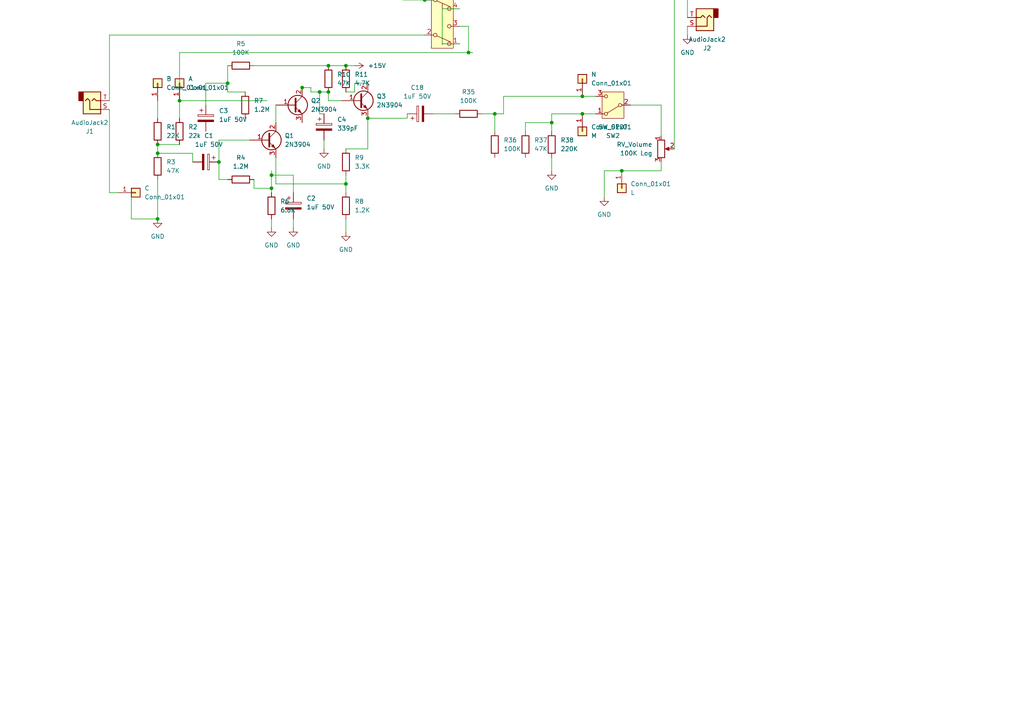
<source format=kicad_sch>
(kicad_sch (version 20230121) (generator eeschema)
  (paper "A4")
  (lib_symbols
    (symbol "Connector_Audio:AudioJack2"
      (property "Reference" "J" (at 0 8.89 0))
      (property "Value" "AudioJack2" (at 0 6.35 0))
      (symbol "AudioJack2_0_1"
        (rectangle (start -3.81 0) (end -2.54 -2.54) (stroke (width 0.254)) (fill (type outline)))
        (rectangle (start -2.54 3.81) (end 2.54 -2.54) (stroke (width 0.254)) (fill (type background)))
        (polyline (pts (xy 0 0) (xy 0.635 -0.635) (xy 1.27 0) (xy 2.54 0)) (stroke (width 0.254)))
        (polyline (pts (xy 2.54 2.54) (xy -0.635 2.54) (xy -0.635 0) (xy -1.27 -0.635) (xy -1.905 0)) (stroke (width 0.254)))
      )
      (symbol "AudioJack2_1_1"
        (pin passive line (at 5.08 2.54 180) (length 2.54) (name "~") (number "S"))
        (pin passive line (at 5.08 0 180) (length 2.54) (name "~") (number "T"))
      )
    )
    (symbol "Connector_Generic:Conn_01x01" (pin_names (offset 1.016) hide)
      (property "Reference" "J" (at 0 2.54 0))
      (property "Value" "Conn_01x01" (at 0 -2.54 0))
      (symbol "Conn_01x01_1_1"
        (rectangle (start -1.27 0.127) (end 0 -0.127) (stroke (width 0.1524)))
        (rectangle (start -1.27 1.27) (end 1.27 -1.27) (stroke (width 0.254)) (fill (type background)))
        (pin passive line (at -5.08 0 0) (length 3.81) (name "Pin_1") (number "1"))
      )
    )
    (symbol "Device:C_Polarized" (pin_numbers hide) (pin_names (offset 0.254))
      (property "Reference" "C" (at 0.635 2.54 0))
      (property "Value" "C_Polarized" (at 0.635 -2.54 0))
      (symbol "C_Polarized_0_1"
        (rectangle (start -2.286 0.508) (end 2.286 1.016))
        (polyline (pts (xy -1.778 2.286) (xy -0.762 2.286)))
        (polyline (pts (xy -1.27 2.794) (xy -1.27 1.778)))
        (rectangle (start 2.286 -0.508) (end -2.286 -1.016) (fill (type outline)))
      )
      (symbol "C_Polarized_1_1"
        (pin passive line (at 0 3.81 270) (length 2.794) (name "~") (number "1"))
        (pin passive line (at 0 -3.81 90) (length 2.794) (name "~") (number "2"))
      )
    )
    (symbol "Device:Q_NPN_BCE" (pin_names (offset 0) hide)
      (property "Reference" "Q" (at 5.08 1.27 0))
      (property "Value" "Q_NPN_BCE" (at 5.08 -1.27 0))
      (symbol "Q_NPN_BCE_0_1"
        (polyline (pts (xy 0.635 0.635) (xy 2.54 2.54)))
        (polyline (pts (xy 0.635 -0.635) (xy 2.54 -2.54) (xy 2.54 -2.54)))
        (polyline (pts (xy 0.635 1.905) (xy 0.635 -1.905) (xy 0.635 -1.905)) (stroke (width 0.508)))
        (polyline (pts (xy 1.27 -1.778) (xy 1.778 -1.27) (xy 2.286 -2.286) (xy 1.27 -1.778) (xy 1.27 -1.778)) (fill (type outline)))
        (circle (center 1.27 0) (radius 2.8194) (stroke (width 0.254)))
      )
      (symbol "Q_NPN_BCE_1_1"
        (pin input line (at -5.08 0 0) (length 5.715) (name "B") (number "1"))
        (pin passive line (at 2.54 5.08 270) (length 2.54) (name "C") (number "2"))
        (pin passive line (at 2.54 -5.08 90) (length 2.54) (name "E") (number "3"))
      )
    )
    (symbol "Device:R" (pin_numbers hide) (pin_names (offset 0))
      (property "Reference" "R" (at 2.032 0 90))
      (property "Value" "R" (at 0 0 90))
      (symbol "R_0_1"
        (rectangle (start -1.016 -2.54) (end 1.016 2.54) (stroke (width 0.254)))
      )
      (symbol "R_1_1"
        (pin passive line (at 0 3.81 270) (length 1.27) (name "~") (number "1"))
        (pin passive line (at 0 -3.81 90) (length 1.27) (name "~") (number "2"))
      )
    )
    (symbol "Device:R_Potentiometer" (pin_names (offset 1.016) hide)
      (property "Reference" "RV" (at -4.445 0 90))
      (property "Value" "R_Potentiometer" (at -2.54 0 90))
      (symbol "R_Potentiometer_0_1"
        (polyline (pts (xy 2.54 0) (xy 1.524 0)))
        (polyline (pts (xy 1.143 0) (xy 2.286 0.508) (xy 2.286 -0.508) (xy 1.143 0)) (fill (type outline)))
        (rectangle (start 1.016 2.54) (end -1.016 -2.54) (stroke (width 0.254)))
      )
      (symbol "R_Potentiometer_1_1"
        (pin passive line (at 0 3.81 270) (length 1.27) (name "1") (number "1"))
        (pin passive line (at 3.81 0 180) (length 1.27) (name "2") (number "2"))
        (pin passive line (at 0 -3.81 90) (length 1.27) (name "3") (number "3"))
      )
    )
    (symbol "Switch:SW_Push_DPDT" (pin_names (offset 0) hide)
      (property "Reference" "SW" (at 0 10.16 0))
      (property "Value" "SW_Push_DPDT" (at 0 -10.16 0))
      (symbol "SW_Push_DPDT_0_0"
        (circle (center -2.032 -5.08) (radius 0.508))
        (circle (center -2.032 5.08) (radius 0.508))
        (circle (center 2.032 -7.62) (radius 0.508))
        (circle (center 2.032 2.54) (radius 0.508))
      )
      (symbol "SW_Push_DPDT_0_1"
        (polyline (pts (xy -1.524 -4.826) (xy 2.3368 -3.0988)))
        (polyline (pts (xy -1.524 5.334) (xy 2.3368 7.0612)))
        (polyline (pts (xy 0 -2.286) (xy 0 -4.064)))
        (polyline (pts (xy 0 -1.016) (xy 0 0)))
        (polyline (pts (xy 0 1.27) (xy 0 2.286)))
        (polyline (pts (xy 0 3.556) (xy 0 4.572)))
        (polyline (pts (xy 0 7.874) (xy 0 6.096)))
        (circle (center 2.032 -2.54) (radius 0.508))
        (circle (center 2.032 7.62) (radius 0.508))
      )
      (symbol "SW_Push_DPDT_1_1"
        (rectangle (start -3.175 8.89) (end 3.175 -8.89) (fill (type background)))
        (pin passive line (at 5.08 7.62 180) (length 2.54) (name "A") (number "1"))
        (pin passive line (at -5.08 5.08 0) (length 2.54) (name "B") (number "2"))
        (pin passive line (at 5.08 2.54 180) (length 2.54) (name "C") (number "3"))
        (pin passive line (at 5.08 -2.54 180) (length 2.54) (name "A") (number "4"))
        (pin passive line (at -5.08 -5.08 0) (length 2.54) (name "B") (number "5"))
        (pin passive line (at 5.08 -7.62 180) (length 2.54) (name "C") (number "6"))
      )
    )
    (symbol "Switch:SW_SPDT" (pin_names (offset 0) hide)
      (property "Reference" "SW" (at 0 5.08 0))
      (property "Value" "SW_SPDT" (at 0 -5.08 0))
      (symbol "SW_SPDT_0_1"
        (circle (center -2.032 0) (radius 0.4572))
        (polyline (pts (xy -1.651 0.254) (xy 1.651 2.286)))
        (circle (center 2.032 -2.54) (radius 0.4572))
        (circle (center 2.032 2.54) (radius 0.4572))
      )
      (symbol "SW_SPDT_1_1"
        (rectangle (start -3.175 3.81) (end 3.175 -3.81) (fill (type background)))
        (pin passive line (at 5.08 2.54 180) (length 2.54) (name "A") (number "1"))
        (pin passive line (at -5.08 0 0) (length 2.54) (name "B") (number "2"))
        (pin passive line (at 5.08 -2.54 180) (length 2.54) (name "C") (number "3"))
      )
    )
    (symbol "power:+15V" (power) (pin_names (offset 0))
      (property "Value" "+15V" (at 0 3.556 0))
      (symbol "+15V_0_1"
        (polyline (pts (xy -0.762 1.27) (xy 0 2.54)))
        (polyline (pts (xy 0 0) (xy 0 2.54)))
        (polyline (pts (xy 0 2.54) (xy 0.762 1.27)))
      )
      (symbol "+15V_1_1"
        (pin power_in line (at 0 0 90) (length 0) hide (name "+15V") (number "1"))
      )
    )
    (symbol "power:GND" (power) (pin_names (offset 0))
      (property "Value" "GND" (at 0 -3.81 0))
      (symbol "GND_0_1"
        (polyline (pts (xy 0 0) (xy 0 -1.27) (xy 1.27 -1.27) (xy 0 -2.54) (xy -1.27 -1.27) (xy 0 -1.27)))
      )
      (symbol "GND_1_1"
        (pin power_in line (at 0 0 270) (length 0) hide (name "GND") (number "1"))
      )
    )
  )
  (junction (at 168.91 33.02))
  (junction (at 100.33 19.05))
  (junction (at 52.07 29.21))
  (junction (at 45.72 41.91))
  (junction (at 106.68 34.29))
  (junction (at 100.33 53.34))
  (junction (at 66.04 24.13))
  (junction (at 92.71 26.67))
  (junction (at 160.02 35.56))
  (junction (at 78.74 50.8))
  (junction (at 78.74 54.61))
  (junction (at 45.72 44.45))
  (junction (at 123.19 0))
  (junction (at 168.91 27.94))
  (junction (at 45.72 63.5))
  (junction (at 143.51 33.02))
  (junction (at 95.25 26.67))
  (junction (at 95.25 19.05))
  (junction (at 87.63 25.4))
  (junction (at 135.89 15.24))
  (junction (at 180.34 49.53))
  (junction (at 63.5 46.99))
  (wire (pts (xy 133.35 -2.54) (xy 195.58 -2.54)))
  (wire (pts (xy 78.74 63.5) (xy 78.74 66.04)))
  (wire (pts (xy 133.35 12.7) (xy 128.27 12.7)))
  (wire (pts (xy 45.72 52.07) (xy 45.72 63.5)))
  (wire (pts (xy 78.74 49.53) (xy 78.74 50.8)))
  (wire (pts (xy 59.69 24.13) (xy 66.04 24.13)))
  (wire (pts (xy 45.72 41.91) (xy 52.07 41.91)))
  (wire (pts (xy 66.04 24.13) (xy 66.04 19.05)))
  (wire (pts (xy 106.68 34.29) (xy 106.68 43.18)))
  (wire (pts (xy 160.02 35.56) (xy 160.02 33.02)))
  (wire (pts (xy 31.75 10.16) (xy 123.19 10.16)))
  (wire (pts (xy 135.89 7.62) (xy 133.35 7.62)))
  (wire (pts (xy 78.74 54.61) (xy 78.74 55.88)))
  (wire (pts (xy 168.91 27.94) (xy 172.72 27.94)))
  (wire (pts (xy 123.19 0) (xy 116.84 0)))
  (wire (pts (xy 38.1 55.88) (xy 38.1 63.5)))
  (wire (pts (xy 90.17 25.4) (xy 90.17 26.67)))
  (wire (pts (xy 45.72 44.45) (xy 55.88 44.45)))
  (wire (pts (xy 100.33 43.18) (xy 106.68 43.18)))
  (wire (pts (xy 135.89 15.24) (xy 135.89 7.62)))
  (wire (pts (xy 160.02 38.1) (xy 160.02 35.56)))
  (wire (pts (xy 55.88 44.45) (xy 55.88 46.99)))
  (wire (pts (xy 93.98 40.64) (xy 93.98 43.18)))
  (wire (pts (xy 199.39 -7.62) (xy 199.39 5.08)))
  (wire (pts (xy 182.88 30.48) (xy 191.77 30.48)))
  (wire (pts (xy 45.72 41.91) (xy 45.72 44.45)))
  (wire (pts (xy 146.05 33.02) (xy 146.05 27.94)))
  (wire (pts (xy 100.33 50.8) (xy 100.33 53.34)))
  (wire (pts (xy 143.51 33.02) (xy 143.51 38.1)))
  (wire (pts (xy 118.11 34.29) (xy 118.11 33.02)))
  (wire (pts (xy 195.58 -2.54) (xy 195.58 43.18)))
  (wire (pts (xy 100.33 63.5) (xy 100.33 67.31)))
  (wire (pts (xy 125.73 33.02) (xy 132.08 33.02)))
  (wire (pts (xy 73.66 54.61) (xy 78.74 54.61)))
  (wire (pts (xy 59.69 30.48) (xy 59.69 24.13)))
  (wire (pts (xy 143.51 33.02) (xy 146.05 33.02)))
  (wire (pts (xy 63.5 40.64) (xy 63.5 46.99)))
  (wire (pts (xy 116.84 0) (xy 116.84 -7.62)))
  (wire (pts (xy 63.5 52.07) (xy 66.04 52.07)))
  (wire (pts (xy 160.02 33.02) (xy 168.91 33.02)))
  (wire (pts (xy 146.05 27.94) (xy 168.91 27.94)))
  (wire (pts (xy 100.33 53.34) (xy 100.33 55.88)))
  (wire (pts (xy 93.98 33.02) (xy 92.71 33.02)))
  (wire (pts (xy 102.87 24.13) (xy 106.68 24.13)))
  (wire (pts (xy 92.71 26.67) (xy 95.25 26.67)))
  (wire (pts (xy 72.39 40.64) (xy 63.5 40.64)))
  (wire (pts (xy 168.91 33.02) (xy 172.72 33.02)))
  (wire (pts (xy 87.63 25.4) (xy 90.17 25.4)))
  (wire (pts (xy 102.87 26.67) (xy 102.87 24.13)))
  (wire (pts (xy 125.73 0) (xy 123.19 0)))
  (wire (pts (xy 73.66 19.05) (xy 95.25 19.05)))
  (wire (pts (xy 191.77 30.48) (xy 191.77 39.37)))
  (wire (pts (xy 135.89 15.24) (xy 137.16 15.24)))
  (wire (pts (xy 52.07 29.21) (xy 52.07 15.24)))
  (wire (pts (xy 71.12 26.67) (xy 66.04 26.67)))
  (wire (pts (xy 191.77 49.53) (xy 180.34 49.53)))
  (wire (pts (xy 31.75 31.75) (xy 31.75 55.88)))
  (wire (pts (xy 191.77 46.99) (xy 191.77 49.53)))
  (wire (pts (xy 152.4 38.1) (xy 152.4 35.56)))
  (wire (pts (xy 95.25 29.21) (xy 99.06 29.21)))
  (wire (pts (xy 78.74 50.8) (xy 78.74 54.61)))
  (wire (pts (xy 80.01 53.34) (xy 100.33 53.34)))
  (wire (pts (xy 92.71 33.02) (xy 92.71 26.67)))
  (wire (pts (xy 90.17 26.67) (xy 92.71 26.67)))
  (wire (pts (xy 45.72 29.21) (xy 45.72 34.29)))
  (wire (pts (xy 160.02 45.72) (xy 160.02 49.53)))
  (wire (pts (xy 175.26 49.53) (xy 180.34 49.53)))
  (wire (pts (xy 139.7 33.02) (xy 143.51 33.02)))
  (wire (pts (xy 66.04 26.67) (xy 66.04 24.13)))
  (wire (pts (xy 199.39 7.62) (xy 199.39 10.16)))
  (wire (pts (xy 78.74 50.8) (xy 85.09 50.8)))
  (wire (pts (xy 73.66 52.07) (xy 73.66 54.61)))
  (wire (pts (xy 152.4 35.56) (xy 160.02 35.56)))
  (wire (pts (xy 100.33 26.67) (xy 102.87 26.67)))
  (wire (pts (xy 38.1 63.5) (xy 45.72 63.5)))
  (wire (pts (xy 52.07 15.24) (xy 135.89 15.24)))
  (wire (pts (xy 80.01 45.72) (xy 80.01 53.34)))
  (wire (pts (xy 31.75 55.88) (xy 34.29 55.88)))
  (wire (pts (xy 100.33 19.05) (xy 102.87 19.05)))
  (wire (pts (xy 63.5 46.99) (xy 63.5 52.07)))
  (wire (pts (xy 31.75 29.21) (xy 31.75 10.16)))
  (wire (pts (xy 95.25 26.67) (xy 95.25 29.21)))
  (wire (pts (xy 52.07 29.21) (xy 77.47 29.21)))
  (wire (pts (xy 116.84 -7.62) (xy 199.39 -7.62)))
  (wire (pts (xy 128.27 12.7) (xy 128.27 2.54)))
  (wire (pts (xy 85.09 63.5) (xy 85.09 66.04)))
  (wire (pts (xy 175.26 57.15) (xy 175.26 49.53)))
  (wire (pts (xy 128.27 2.54) (xy 133.35 2.54)))
  (wire (pts (xy 106.68 34.29) (xy 118.11 34.29)))
  (wire (pts (xy 87.63 25.4) (xy 87.63 26.67)))
  (wire (pts (xy 85.09 50.8) (xy 85.09 55.88)))
  (wire (pts (xy 80.01 30.48) (xy 80.01 35.56)))
  (wire (pts (xy 52.07 29.21) (xy 52.07 34.29)))
  (wire (pts (xy 95.25 19.05) (xy 100.33 19.05)))
  (symbol (lib_id "Device:R") (at 143.51 41.91 0) (unit 1)
    (property "Reference" "R36" (at 146.05 40.64 0) (effects (justify left)))
    (property "Value" "100K" (at 146.05 43.18 0) (effects (justify left)))
  )
  (symbol (lib_id "Device:C_Polarized") (at 59.69 46.99 270) (unit 1)
    (property "Reference" "C1" (at 60.579 39.37 90))
    (property "Value" "1uF 50V" (at 60.579 41.91 90))
  )
  (symbol (lib_id "Device:C_Polarized") (at 121.92 33.02 90) (unit 1)
    (property "Reference" "C18" (at 121.031 25.4 90))
    (property "Value" "1uF 50V" (at 121.031 27.94 90))
  )
  (symbol (lib_id "Device:R") (at 100.33 46.99 0) (unit 1)
    (property "Reference" "R9" (at 102.87 45.72 0) (effects (justify left)))
    (property "Value" "3.3K" (at 102.87 48.26 0) (effects (justify left)))
  )
  (symbol (lib_id "Device:C_Polarized") (at 93.98 36.83 0) (unit 1)
    (property "Reference" "C4" (at 97.79 34.671 0) (effects (justify left)))
    (property "Value" "339pF" (at 97.79 37.211 0) (effects (justify left)))
  )
  (symbol (lib_id "power:GND") (at 85.09 66.04 0) (unit 1)
    (property "Reference" "#PWR03" (effects hide))
    (property "Value" "GND" (at 85.09 71.12 0))
  )
  (symbol (lib_id "power:GND") (at 45.72 63.5 0) (unit 1)
    (property "Reference" "#PWR01" (effects hide))
    (property "Value" "GND" (at 45.72 68.58 0))
  )
  (symbol (lib_id "Connector_Generic:Conn_01x01") (at 52.07 24.13 90) (unit 1)
    (property "Reference" "A" (at 54.61 22.86 90) (effects (justify right)))
    (property "Value" "Conn_01x01" (at 54.61 25.4 90) (effects (justify right)))
  )
  (symbol (lib_id "Device:R") (at 71.12 30.48 0) (unit 1)
    (property "Reference" "R7" (at 73.66 29.21 0) (effects (justify left)))
    (property "Value" "1.2M" (at 73.66 31.75 0) (effects (justify left)))
  )
  (symbol (lib_id "Switch:SW_SPDT") (at 177.8 30.48 180) (unit 1)
    (property "Reference" "SW2" (at 177.8 39.37 0))
    (property "Value" "SW_SPDT" (at 177.8 36.83 0))
  )
  (symbol (lib_id "Switch:SW_Push_DPDT") (at 128.27 5.08 0) (mirror x) (unit 1)
    (property "Reference" "SW1" (at 129.54 -5.08 90) (effects (justify right)))
    (property "Value" "SW_Push_DPDT" (at 127 -5.08 90) (effects (justify right)))
  )
  (symbol (lib_id "Connector_Generic:Conn_01x01") (at 168.91 22.86 90) (unit 1)
    (property "Reference" "N" (at 171.45 21.59 90) (effects (justify right)))
    (property "Value" "Conn_01x01" (at 171.45 24.13 90) (effects (justify right)))
  )
  (symbol (lib_id "Connector_Generic:Conn_01x01") (at 168.91 38.1 90) (mirror x) (unit 1)
    (property "Reference" "M" (at 171.45 39.37 90) (effects (justify right)))
    (property "Value" "Conn_01x01" (at 171.45 36.83 90) (effects (justify right)))
  )
  (symbol (lib_id "power:GND") (at 93.98 43.18 0) (unit 1)
    (property "Reference" "#PWR06" (effects hide))
    (property "Value" "GND" (at 93.98 48.26 0))
  )
  (symbol (lib_id "Device:Q_NPN_BCE") (at 77.47 40.64 0) (unit 1)
    (property "Reference" "Q1" (at 82.55 39.37 0) (effects (justify left)))
    (property "Value" "2N3904" (at 82.55 41.91 0) (effects (justify left)))
  )
  (symbol (lib_id "power:GND") (at 160.02 49.53 0) (unit 1)
    (property "Reference" "#PWR09" (effects hide))
    (property "Value" "GND" (at 160.02 54.61 0))
  )
  (symbol (lib_id "Device:R") (at 100.33 22.86 0) (unit 1)
    (property "Reference" "R11" (at 102.87 21.59 0) (effects (justify left)))
    (property "Value" "4.7K" (at 102.87 24.13 0) (effects (justify left)))
  )
  (symbol (lib_id "Connector_Generic:Conn_01x01") (at 180.34 54.61 90) (mirror x) (unit 1)
    (property "Reference" "L" (at 182.88 55.88 90) (effects (justify right)))
    (property "Value" "Conn_01x01" (at 182.88 53.34 90) (effects (justify right)))
  )
  (symbol (lib_id "Device:R_Potentiometer") (at 191.77 43.18 0) (unit 1)
    (property "Reference" "RV_Volume" (at 189.23 41.91 0) (effects (justify right)))
    (property "Value" "100K Log" (at 189.23 44.45 0) (effects (justify right)))
  )
  (symbol (lib_id "Connector_Generic:Conn_01x01") (at 45.72 24.13 90) (unit 1)
    (property "Reference" "B" (at 48.26 22.86 90) (effects (justify right)))
    (property "Value" "Conn_01x01" (at 48.26 25.4 90) (effects (justify right)))
  )
  (symbol (lib_id "Device:C_Polarized") (at 85.09 59.69 0) (unit 1)
    (property "Reference" "C2" (at 88.9 57.531 0) (effects (justify left)))
    (property "Value" "1uF 50V" (at 88.9 60.071 0) (effects (justify left)))
  )
  (symbol (lib_id "Device:R") (at 69.85 19.05 90) (unit 1)
    (property "Reference" "R5" (at 69.85 12.7 90))
    (property "Value" "100K" (at 69.85 15.24 90))
  )
  (symbol (lib_id "Device:Q_NPN_BCE") (at 85.09 30.48 0) (unit 1)
    (property "Reference" "Q2" (at 90.17 29.21 0) (effects (justify left)))
    (property "Value" "2N3904" (at 90.17 31.75 0) (effects (justify left)))
  )
  (symbol (lib_id "Connector_Audio:AudioJack2") (at 204.47 5.08 180) (unit 1)
    (property "Reference" "J2" (at 205.105 13.97 0))
    (property "Value" "AudioJack2" (at 205.105 11.43 0))
  )
  (symbol (lib_id "Device:Q_NPN_BCE") (at 104.14 29.21 0) (unit 1)
    (property "Reference" "Q3" (at 109.22 27.94 0) (effects (justify left)))
    (property "Value" "2N3904" (at 109.22 30.48 0) (effects (justify left)))
  )
  (symbol (lib_id "Device:C_Polarized") (at 59.69 34.29 0) (unit 1)
    (property "Reference" "C3" (at 63.5 32.131 0) (effects (justify left)))
    (property "Value" "1uF 50V" (at 63.5 34.671 0) (effects (justify left)))
  )
  (symbol (lib_id "Device:R") (at 95.25 22.86 0) (unit 1)
    (property "Reference" "R10" (at 97.79 21.59 0) (effects (justify left)))
    (property "Value" "47K" (at 97.79 24.13 0) (effects (justify left)))
  )
  (symbol (lib_id "Device:R") (at 69.85 52.07 270) (unit 1)
    (property "Reference" "R4" (at 69.85 45.72 90))
    (property "Value" "1.2M" (at 69.85 48.26 90))
  )
  (symbol (lib_id "Device:R") (at 100.33 59.69 0) (unit 1)
    (property "Reference" "R8" (at 102.87 58.42 0) (effects (justify left)))
    (property "Value" "1.2K" (at 102.87 60.96 0) (effects (justify left)))
  )
  (symbol (lib_id "Device:R") (at 135.89 33.02 90) (unit 1)
    (property "Reference" "R35" (at 135.89 26.67 90))
    (property "Value" "100K" (at 135.89 29.21 90))
  )
  (symbol (lib_id "power:GND") (at 100.33 67.31 0) (unit 1)
    (property "Reference" "#PWR04" (effects hide))
    (property "Value" "GND" (at 100.33 72.39 0))
  )
  (symbol (lib_id "power:GND") (at 199.39 10.16 0) (unit 1)
    (property "Reference" "#PWR07" (effects hide))
    (property "Value" "GND" (at 199.39 15.24 0))
  )
  (symbol (lib_id "Device:R") (at 52.07 38.1 0) (unit 1)
    (property "Reference" "R2" (at 54.61 36.83 0) (effects (justify left)))
    (property "Value" "22k" (at 54.61 39.37 0) (effects (justify left)))
  )
  (symbol (lib_id "Device:R") (at 45.72 48.26 0) (unit 1)
    (property "Reference" "R3" (at 48.26 46.99 0) (effects (justify left)))
    (property "Value" "47K" (at 48.26 49.53 0) (effects (justify left)))
  )
  (symbol (lib_id "Device:R") (at 160.02 41.91 0) (unit 1)
    (property "Reference" "R38" (at 162.56 40.64 0) (effects (justify left)))
    (property "Value" "220K" (at 162.56 43.18 0) (effects (justify left)))
  )
  (symbol (lib_id "power:GND") (at 78.74 66.04 0) (unit 1)
    (property "Reference" "#PWR02" (effects hide))
    (property "Value" "GND" (at 78.74 71.12 0))
  )
  (symbol (lib_id "Connector_Generic:Conn_01x01") (at 39.37 55.88 0) (unit 1)
    (property "Reference" "C" (at 41.91 54.61 0) (effects (justify left)))
    (property "Value" "Conn_01x01" (at 41.91 57.15 0) (effects (justify left)))
  )
  (symbol (lib_id "Device:R") (at 152.4 41.91 0) (unit 1)
    (property "Reference" "R37" (at 154.94 40.64 0) (effects (justify left)))
    (property "Value" "47K" (at 154.94 43.18 0) (effects (justify left)))
  )
  (symbol (lib_id "Connector_Audio:AudioJack2") (at 26.67 29.21 0) (mirror x) (unit 1)
    (property "Reference" "J1" (at 26.035 38.1 0))
    (property "Value" "AudioJack2" (at 26.035 35.56 0))
  )
  (symbol (lib_id "power:+15V") (at 102.87 19.05 270) (unit 1)
    (property "Reference" "#PWR05" (effects hide))
    (property "Value" "+15V" (at 106.68 19.05 90) (effects (justify left)))
  )
  (symbol (lib_id "Device:R") (at 45.72 38.1 0) (unit 1)
    (property "Reference" "R1" (at 48.26 36.83 0) (effects (justify left)))
    (property "Value" "22K" (at 48.26 39.37 0) (effects (justify left)))
  )
  (symbol (lib_id "power:GND") (at 175.26 57.15 0) (unit 1)
    (property "Reference" "#PWR08" (effects hide))
    (property "Value" "GND" (at 175.26 62.23 0))
  )
  (symbol (lib_id "Device:R") (at 78.74 59.69 0) (unit 1)
    (property "Reference" "R6" (at 81.28 58.42 0) (effects (justify left)))
    (property "Value" "6.8K" (at 81.28 60.96 0) (effects (justify left)))
  )
)
</source>
